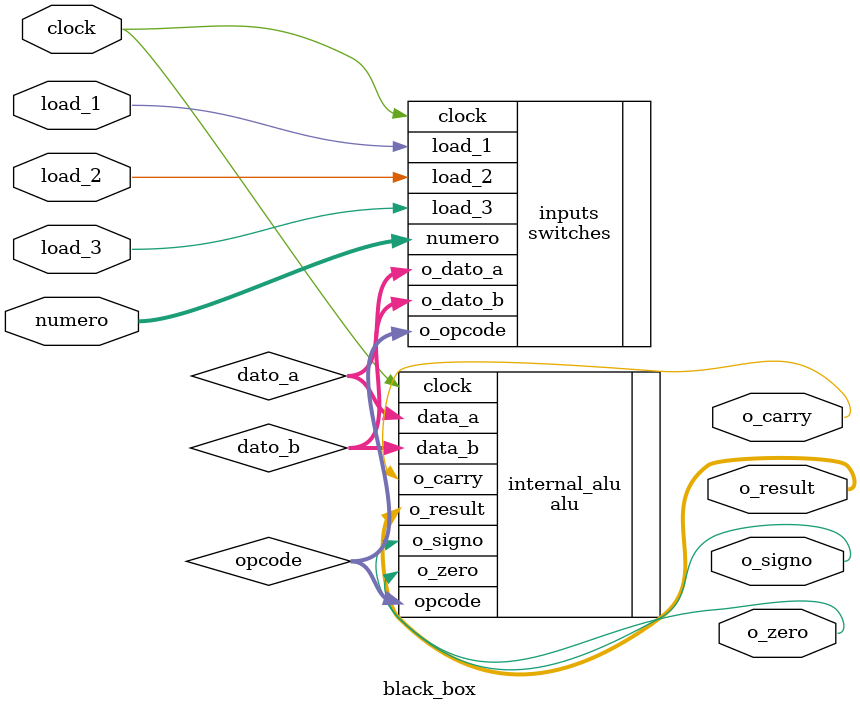
<source format=v>
`timescale 1ns / 1ps


module black_box
    #(  parameter DATA_SIZE = 4,
        parameter OPCODE_SIZE = 6,
        parameter SWITCHES = 6,
        parameter OUTPUT_SIZE = 5
    )(
        input wire [SWITCHES-1:0] numero,
        input wire load_1, //dato a
        input wire load_2, //dato b
        input wire load_3, //opcode
        input wire clock,
        output wire [OUTPUT_SIZE-1:0] o_result,
        output wire o_carry,
        output wire o_zero,
        output wire o_signo
    );

wire [DATA_SIZE-1:0]dato_a;
wire [DATA_SIZE-1:0]dato_b;
wire [OPCODE_SIZE-1:0]opcode;

switches inputs( //instancio un modulo inputs con las mismas entradas que main
    .numero(numero),
    .clock(clock),
    .load_1(load_1),
    .load_2(load_2),
    .load_3(load_3),
    .o_dato_a(dato_a),
    .o_dato_b(dato_b),
    .o_opcode(opcode)
);

alu internal_alu( //instancio modulo alu con las mismas salidas
    .clock(clock),
    .data_a(dato_a),
    .data_b(dato_b),
    .opcode(opcode),
    .o_result(o_result),
    .o_carry(o_carry),
    .o_zero(o_zero),
    .o_signo(o_signo)
);

endmodule

</source>
